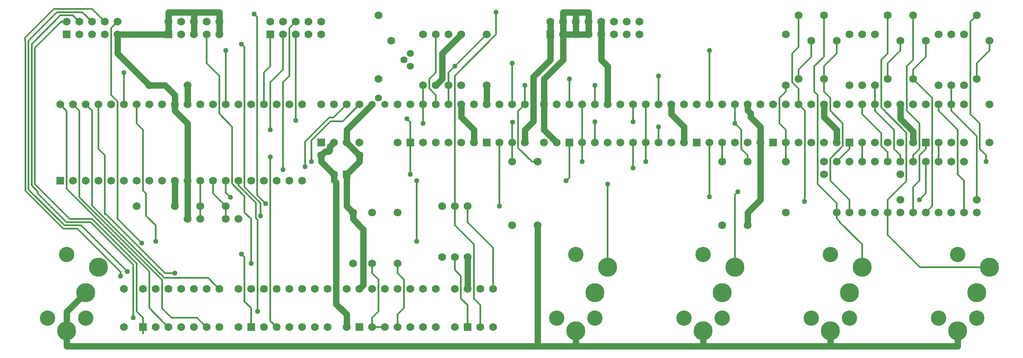
<source format=gbr>
G04 #@! TF.GenerationSoftware,KiCad,Pcbnew,(5.0.2)-1*
G04 #@! TF.CreationDate,2019-01-01T18:45:18-08:00*
G04 #@! TF.ProjectId,500-1063C,3530302d-3130-4363-9343-2e6b69636164,rev?*
G04 #@! TF.SameCoordinates,Original*
G04 #@! TF.FileFunction,Copper,L2,Bot*
G04 #@! TF.FilePolarity,Positive*
%FSLAX46Y46*%
G04 Gerber Fmt 4.6, Leading zero omitted, Abs format (unit mm)*
G04 Created by KiCad (PCBNEW (5.0.2)-1) date 1/1/2019 6:45:18 PM*
%MOMM*%
%LPD*%
G01*
G04 APERTURE LIST*
G04 #@! TA.AperFunction,ComponentPad*
%ADD10R,1.574800X1.574800*%
G04 #@! TD*
G04 #@! TA.AperFunction,ComponentPad*
%ADD11C,1.574800*%
G04 #@! TD*
G04 #@! TA.AperFunction,ComponentPad*
%ADD12C,3.810000*%
G04 #@! TD*
G04 #@! TA.AperFunction,ComponentPad*
%ADD13C,3.048000*%
G04 #@! TD*
G04 #@! TA.AperFunction,ComponentPad*
%ADD14C,1.397000*%
G04 #@! TD*
G04 #@! TA.AperFunction,ViaPad*
%ADD15C,1.016000*%
G04 #@! TD*
G04 #@! TA.AperFunction,Conductor*
%ADD16C,1.270000*%
G04 #@! TD*
G04 #@! TA.AperFunction,Conductor*
%ADD17C,0.304800*%
G04 #@! TD*
G04 APERTURE END LIST*
D10*
G04 #@! TO.P,P3,1*
G04 #@! TO.N,-15V0*
X172720000Y-62230000D03*
D11*
G04 #@! TO.P,P3,2*
X172720000Y-59690000D03*
G04 #@! TO.P,P3,3*
G04 #@! TO.N,GND*
X175260000Y-62230000D03*
G04 #@! TO.P,P3,4*
X175260000Y-59690000D03*
G04 #@! TO.P,P3,5*
X177800000Y-62230000D03*
G04 #@! TO.P,P3,6*
X177800000Y-59690000D03*
G04 #@! TO.P,P3,7*
X180340000Y-62230000D03*
G04 #@! TO.P,P3,8*
X180340000Y-59690000D03*
G04 #@! TO.P,P3,9*
G04 #@! TO.N,+15V0*
X182880000Y-62230000D03*
G04 #@! TO.P,P3,10*
X182880000Y-59690000D03*
G04 #@! TO.P,P3,11*
G04 #@! TO.N,N/C*
X185420000Y-62230000D03*
G04 #@! TO.P,P3,12*
X185420000Y-59690000D03*
G04 #@! TO.P,P3,13*
X187960000Y-62230000D03*
G04 #@! TO.P,P3,14*
X187960000Y-59690000D03*
G04 #@! TO.P,P3,15*
X190500000Y-62230000D03*
G04 #@! TO.P,P3,16*
X190500000Y-59690000D03*
G04 #@! TD*
G04 #@! TO.P,C1,1*
G04 #@! TO.N,VCC*
X87630000Y-113030000D03*
G04 #@! TO.P,C1,2*
G04 #@! TO.N,GND*
X87630000Y-120650000D03*
G04 #@! TD*
G04 #@! TO.P,C2,1*
G04 #@! TO.N,VCC*
X110490000Y-113030000D03*
G04 #@! TO.P,C2,2*
G04 #@! TO.N,GND*
X110490000Y-120650000D03*
G04 #@! TD*
G04 #@! TO.P,C3,1*
G04 #@! TO.N,+15V0*
X214630000Y-76200000D03*
G04 #@! TO.P,C3,2*
G04 #@! TO.N,GND*
X214630000Y-83820000D03*
G04 #@! TD*
G04 #@! TO.P,C4,2*
G04 #@! TO.N,GND*
X227330000Y-76200000D03*
G04 #@! TO.P,C4,1*
G04 #@! TO.N,-15V0*
X227330000Y-83820000D03*
G04 #@! TD*
G04 #@! TO.P,C5,2*
G04 #@! TO.N,GND*
X110490000Y-99060000D03*
G04 #@! TO.P,C5,1*
G04 #@! TO.N,Net-(C5-Pad1)*
X107950000Y-99060000D03*
G04 #@! TD*
G04 #@! TO.P,C6,1*
G04 #@! TO.N,Net-(C6-Pad1)*
X102870000Y-99060000D03*
G04 #@! TO.P,C6,2*
G04 #@! TO.N,GND*
X100330000Y-99060000D03*
G04 #@! TD*
G04 #@! TO.P,C7,1*
G04 #@! TO.N,+15V0*
X142240000Y-76200000D03*
G04 #@! TO.P,C7,2*
G04 #@! TO.N,GND*
X142240000Y-83820000D03*
G04 #@! TD*
G04 #@! TO.P,C8,2*
G04 #@! TO.N,GND*
X154940000Y-76200000D03*
G04 #@! TO.P,C8,1*
G04 #@! TO.N,-15V0*
X154940000Y-83820000D03*
G04 #@! TD*
G04 #@! TO.P,C9,2*
G04 #@! TO.N,GND*
X127000000Y-86360000D03*
G04 #@! TO.P,C9,1*
G04 #@! TO.N,VCC*
X134620000Y-86360000D03*
G04 #@! TD*
G04 #@! TO.P,C10,1*
G04 #@! TO.N,-15V0*
X196850000Y-83820000D03*
G04 #@! TO.P,C10,2*
G04 #@! TO.N,GND*
X196850000Y-76200000D03*
G04 #@! TD*
G04 #@! TO.P,C11,2*
G04 #@! TO.N,GND*
X173990000Y-83820000D03*
G04 #@! TO.P,C11,1*
G04 #@! TO.N,+15V0*
X173990000Y-76200000D03*
G04 #@! TD*
G04 #@! TO.P,C12,1*
G04 #@! TO.N,Net-(C12-Pad1)*
X207010000Y-87630000D03*
G04 #@! TO.P,C12,2*
G04 #@! TO.N,GND*
X207010000Y-100330000D03*
G04 #@! TD*
G04 #@! TO.P,C13,2*
G04 #@! TO.N,GND*
X212090000Y-100330000D03*
G04 #@! TO.P,C13,1*
G04 #@! TO.N,Net-(C13-Pad1)*
X212090000Y-87630000D03*
G04 #@! TD*
G04 #@! TO.P,C14,1*
G04 #@! TO.N,Net-(C14-Pad1)*
X165100000Y-87630000D03*
G04 #@! TO.P,C14,2*
G04 #@! TO.N,GND*
X165100000Y-100330000D03*
G04 #@! TD*
G04 #@! TO.P,C15,2*
G04 #@! TO.N,GND*
X170180000Y-100330000D03*
G04 #@! TO.P,C15,1*
G04 #@! TO.N,Net-(C15-Pad1)*
X170180000Y-87630000D03*
G04 #@! TD*
G04 #@! TO.P,C16,2*
G04 #@! TO.N,GND*
X199390000Y-83820000D03*
G04 #@! TO.P,C16,1*
G04 #@! TO.N,+15V0*
X199390000Y-76200000D03*
G04 #@! TD*
G04 #@! TO.P,C17,2*
G04 #@! TO.N,GND*
X157480000Y-83820000D03*
G04 #@! TO.P,C17,1*
G04 #@! TO.N,+15V0*
X157480000Y-76200000D03*
G04 #@! TD*
G04 #@! TO.P,C18,1*
G04 #@! TO.N,-15V0*
X212090000Y-83820000D03*
G04 #@! TO.P,C18,2*
G04 #@! TO.N,GND*
X212090000Y-76200000D03*
G04 #@! TD*
G04 #@! TO.P,C19,1*
G04 #@! TO.N,-15V0*
X171450000Y-83820000D03*
G04 #@! TO.P,C19,2*
G04 #@! TO.N,GND*
X171450000Y-76200000D03*
G04 #@! TD*
G04 #@! TO.P,C20,1*
G04 #@! TO.N,VCC*
X97790000Y-96520000D03*
G04 #@! TO.P,C20,2*
G04 #@! TO.N,GND*
X90170000Y-96520000D03*
G04 #@! TD*
G04 #@! TO.P,C21,2*
G04 #@! TO.N,GND*
X92710000Y-72390000D03*
G04 #@! TO.P,C21,1*
G04 #@! TO.N,VCC*
X100330000Y-72390000D03*
G04 #@! TD*
G04 #@! TO.P,C22,2*
G04 #@! TO.N,GND*
X129540000Y-90170000D03*
D10*
G04 #@! TO.P,C22,1*
G04 #@! TO.N,VCC*
X132080000Y-90170000D03*
G04 #@! TD*
D11*
G04 #@! TO.P,D1,1*
G04 #@! TO.N,Net-(D1-Pad1)*
X153670000Y-106680000D03*
G04 #@! TO.P,D1,2*
G04 #@! TO.N,Net-(D1-Pad2)*
X153670000Y-96520000D03*
G04 #@! TD*
D12*
G04 #@! TO.P,J1,1*
G04 #@! TO.N,GND*
X76200000Y-121361200D03*
D13*
G04 #@! TO.P,J1,*
G04 #@! TO.N,*
X80010000Y-118821200D03*
D12*
G04 #@! TO.P,J1,2*
G04 #@! TO.N,GND*
X80010000Y-113741200D03*
G04 #@! TO.P,J1,3*
G04 #@! TO.N,Net-(J1-Pad3)*
X82550000Y-108661200D03*
D13*
G04 #@! TO.P,J1,*
G04 #@! TO.N,*
X76200000Y-106121200D03*
X72390000Y-118821200D03*
G04 #@! TD*
G04 #@! TO.P,J2,*
G04 #@! TO.N,*
X224790000Y-118821200D03*
X228600000Y-106121200D03*
D12*
G04 #@! TO.P,J2,3*
G04 #@! TO.N,Net-(J2-Pad3)*
X234950000Y-108661200D03*
G04 #@! TO.P,J2,2*
G04 #@! TO.N,N/C*
X232410000Y-113741200D03*
D13*
G04 #@! TO.P,J2,*
G04 #@! TO.N,*
X232410000Y-118821200D03*
D12*
G04 #@! TO.P,J2,1*
G04 #@! TO.N,GND*
X228600000Y-121361200D03*
G04 #@! TD*
G04 #@! TO.P,J4,1*
G04 #@! TO.N,GND*
X177800000Y-121361200D03*
D13*
G04 #@! TO.P,J4,*
G04 #@! TO.N,*
X181610000Y-118821200D03*
D12*
G04 #@! TO.P,J4,2*
G04 #@! TO.N,N/C*
X181610000Y-113741200D03*
G04 #@! TO.P,J4,3*
G04 #@! TO.N,Net-(J4-Pad3)*
X184150000Y-108661200D03*
D13*
G04 #@! TO.P,J4,*
G04 #@! TO.N,*
X177800000Y-106121200D03*
X173990000Y-118821200D03*
G04 #@! TD*
D12*
G04 #@! TO.P,J5,1*
G04 #@! TO.N,GND*
X203200000Y-121361200D03*
D13*
G04 #@! TO.P,J5,*
G04 #@! TO.N,*
X207010000Y-118821200D03*
D12*
G04 #@! TO.P,J5,2*
G04 #@! TO.N,N/C*
X207010000Y-113741200D03*
G04 #@! TO.P,J5,3*
G04 #@! TO.N,Net-(J5-Pad3)*
X209550000Y-108661200D03*
D13*
G04 #@! TO.P,J5,*
G04 #@! TO.N,*
X203200000Y-106121200D03*
X199390000Y-118821200D03*
G04 #@! TD*
D10*
G04 #@! TO.P,J6,1*
G04 #@! TO.N,Net-(J6-Pad1)*
X116840000Y-62230000D03*
D11*
G04 #@! TO.P,J6,2*
G04 #@! TO.N,N/C*
X116840000Y-59690000D03*
G04 #@! TO.P,J6,3*
G04 #@! TO.N,Net-(J6-Pad3)*
X119380000Y-62230000D03*
G04 #@! TO.P,J6,4*
G04 #@! TO.N,N/C*
X119380000Y-59690000D03*
G04 #@! TO.P,J6,5*
G04 #@! TO.N,Net-(J6-Pad5)*
X121920000Y-62230000D03*
G04 #@! TO.P,J6,6*
G04 #@! TO.N,Net-(J6-Pad6)*
X121920000Y-59690000D03*
G04 #@! TO.P,J6,7*
G04 #@! TO.N,N/C*
X124460000Y-62230000D03*
G04 #@! TO.P,J6,8*
X124460000Y-59690000D03*
G04 #@! TO.P,J6,9*
G04 #@! TO.N,Net-(J6-Pad9)*
X127000000Y-62230000D03*
G04 #@! TO.P,J6,10*
G04 #@! TO.N,N/C*
X127000000Y-59690000D03*
G04 #@! TD*
D10*
G04 #@! TO.P,P1,1*
G04 #@! TO.N,GND*
X76200000Y-62230000D03*
D11*
G04 #@! TO.P,P1,2*
G04 #@! TO.N,Net-(P1-Pad2)*
X76200000Y-59690000D03*
G04 #@! TO.P,P1,3*
G04 #@! TO.N,GND*
X78740000Y-62230000D03*
G04 #@! TO.P,P1,4*
G04 #@! TO.N,Net-(P1-Pad4)*
X78740000Y-59690000D03*
G04 #@! TO.P,P1,5*
G04 #@! TO.N,GND*
X81280000Y-62230000D03*
G04 #@! TO.P,P1,6*
G04 #@! TO.N,Net-(P1-Pad6)*
X81280000Y-59690000D03*
G04 #@! TO.P,P1,7*
G04 #@! TO.N,GND*
X83820000Y-62230000D03*
G04 #@! TO.P,P1,8*
G04 #@! TO.N,Net-(P1-Pad8)*
X83820000Y-59690000D03*
G04 #@! TO.P,P1,9*
G04 #@! TO.N,GND*
X86360000Y-62230000D03*
G04 #@! TO.P,P1,10*
G04 #@! TO.N,Net-(P1-Pad10)*
X86360000Y-59690000D03*
G04 #@! TD*
G04 #@! TO.P,P2,10*
G04 #@! TO.N,GND*
X106680000Y-59690000D03*
G04 #@! TO.P,P2,9*
X106680000Y-62230000D03*
G04 #@! TO.P,P2,8*
G04 #@! TO.N,Net-(P2-Pad8)*
X104140000Y-59690000D03*
G04 #@! TO.P,P2,7*
G04 #@! TO.N,Net-(P2-Pad7)*
X104140000Y-62230000D03*
G04 #@! TO.P,P2,6*
G04 #@! TO.N,GND*
X101600000Y-59690000D03*
G04 #@! TO.P,P2,5*
X101600000Y-62230000D03*
G04 #@! TO.P,P2,4*
G04 #@! TO.N,Net-(D1-Pad2)*
X99060000Y-59690000D03*
G04 #@! TO.P,P2,3*
G04 #@! TO.N,Net-(P2-Pad3)*
X99060000Y-62230000D03*
G04 #@! TO.P,P2,2*
G04 #@! TO.N,GND*
X96520000Y-59690000D03*
D10*
G04 #@! TO.P,P2,1*
X96520000Y-62230000D03*
G04 #@! TD*
D11*
G04 #@! TO.P,R1,1*
G04 #@! TO.N,Net-(P2-Pad8)*
X142240000Y-97790000D03*
G04 #@! TO.P,R1,2*
G04 #@! TO.N,Net-(R1-Pad2)*
X142240000Y-107950000D03*
G04 #@! TD*
G04 #@! TO.P,R2,2*
G04 #@! TO.N,Net-(D1-Pad1)*
X151130000Y-106680000D03*
G04 #@! TO.P,R2,1*
G04 #@! TO.N,Net-(P2-Pad3)*
X151130000Y-96520000D03*
G04 #@! TD*
G04 #@! TO.P,R3,2*
G04 #@! TO.N,VCC*
X133350000Y-97790000D03*
G04 #@! TO.P,R3,1*
G04 #@! TO.N,Net-(P2-Pad7)*
X133350000Y-107950000D03*
G04 #@! TD*
G04 #@! TO.P,R4,2*
G04 #@! TO.N,Net-(R4-Pad2)*
X137160000Y-107950000D03*
G04 #@! TO.P,R4,1*
G04 #@! TO.N,VCC*
X137160000Y-97790000D03*
G04 #@! TD*
G04 #@! TO.P,R5,1*
G04 #@! TO.N,Net-(J1-Pad3)*
X219710000Y-97790000D03*
G04 #@! TO.P,R5,2*
G04 #@! TO.N,Net-(R5-Pad2)*
X219710000Y-87630000D03*
G04 #@! TD*
G04 #@! TO.P,R6,2*
G04 #@! TO.N,/AVR/MIDI_IN*
X156210000Y-96520000D03*
G04 #@! TO.P,R6,1*
G04 #@! TO.N,VCC*
X156210000Y-106680000D03*
G04 #@! TD*
G04 #@! TO.P,R7,2*
G04 #@! TO.N,Net-(R7-Pad2)*
X219710000Y-62230000D03*
G04 #@! TO.P,R7,1*
G04 #@! TO.N,Net-(R5-Pad2)*
X219710000Y-72390000D03*
G04 #@! TD*
G04 #@! TO.P,R8,1*
G04 #@! TO.N,Net-(R10-Pad1)*
X222250000Y-58420000D03*
G04 #@! TO.P,R8,2*
G04 #@! TO.N,Net-(R7-Pad2)*
X224790000Y-63500000D03*
G04 #@! TO.P,R8,3*
X222250000Y-71120000D03*
G04 #@! TD*
G04 #@! TO.P,R9,2*
G04 #@! TO.N,Net-(C29-Pad1)*
X252730000Y-72390000D03*
G04 #@! TO.P,R9,1*
G04 #@! TO.N,/SampleHold/VB*
X252730000Y-62230000D03*
G04 #@! TD*
G04 #@! TO.P,R10,1*
G04 #@! TO.N,Net-(R10-Pad1)*
X255270000Y-62230000D03*
G04 #@! TO.P,R10,2*
G04 #@! TO.N,Net-(C29-Pad1)*
X255270000Y-72390000D03*
G04 #@! TD*
G04 #@! TO.P,R11,2*
G04 #@! TO.N,Net-(C31-Pad1)*
X234950000Y-87630000D03*
G04 #@! TO.P,R11,1*
G04 #@! TO.N,/SampleHold/VC*
X234950000Y-97790000D03*
G04 #@! TD*
G04 #@! TO.P,R12,1*
G04 #@! TO.N,Net-(R10-Pad1)*
X237490000Y-97790000D03*
G04 #@! TO.P,R12,2*
G04 #@! TO.N,Net-(C31-Pad1)*
X237490000Y-87630000D03*
G04 #@! TD*
G04 #@! TO.P,R13,1*
G04 #@! TO.N,/SampleHold/VA*
X250190000Y-97790000D03*
G04 #@! TO.P,R13,2*
G04 #@! TO.N,Net-(C30-Pad1)*
X250190000Y-87630000D03*
G04 #@! TD*
G04 #@! TO.P,R14,2*
G04 #@! TO.N,Net-(C30-Pad1)*
X252730000Y-87630000D03*
G04 #@! TO.P,R14,1*
G04 #@! TO.N,Net-(R10-Pad1)*
X252730000Y-97790000D03*
G04 #@! TD*
G04 #@! TO.P,R15,2*
G04 #@! TO.N,Net-(C32-Pad1)*
X234950000Y-72390000D03*
G04 #@! TO.P,R15,1*
G04 #@! TO.N,/SampleHold/VD*
X234950000Y-62230000D03*
G04 #@! TD*
G04 #@! TO.P,R16,1*
G04 #@! TO.N,Net-(R10-Pad1)*
X237490000Y-62230000D03*
G04 #@! TO.P,R16,2*
G04 #@! TO.N,Net-(C32-Pad1)*
X237490000Y-72390000D03*
G04 #@! TD*
G04 #@! TO.P,R17,1*
G04 #@! TO.N,Net-(C29-Pad1)*
X250190000Y-72390000D03*
G04 #@! TO.P,R17,2*
G04 #@! TO.N,Net-(R17-Pad2)*
X250190000Y-62230000D03*
G04 #@! TD*
G04 #@! TO.P,R18,2*
G04 #@! TO.N,Net-(R18-Pad2)*
X232410000Y-97790000D03*
G04 #@! TO.P,R18,1*
G04 #@! TO.N,Net-(C31-Pad1)*
X232410000Y-87630000D03*
G04 #@! TD*
G04 #@! TO.P,R19,2*
G04 #@! TO.N,Net-(R19-Pad2)*
X247650000Y-97790000D03*
G04 #@! TO.P,R19,1*
G04 #@! TO.N,Net-(C30-Pad1)*
X247650000Y-87630000D03*
G04 #@! TD*
G04 #@! TO.P,R20,1*
G04 #@! TO.N,Net-(C32-Pad1)*
X232410000Y-72390000D03*
G04 #@! TO.P,R20,2*
G04 #@! TO.N,Net-(R20-Pad2)*
X232410000Y-62230000D03*
G04 #@! TD*
G04 #@! TO.P,R21,3*
G04 #@! TO.N,Net-(R17-Pad2)*
X257810000Y-71120000D03*
G04 #@! TO.P,R21,2*
X260350000Y-63500000D03*
G04 #@! TO.P,R21,1*
G04 #@! TO.N,Net-(J5-Pad3)*
X257810000Y-58420000D03*
G04 #@! TD*
G04 #@! TO.P,R22,1*
G04 #@! TO.N,Net-(J2-Pad3)*
X227330000Y-58420000D03*
G04 #@! TO.P,R22,2*
G04 #@! TO.N,Net-(R18-Pad2)*
X229870000Y-63500000D03*
G04 #@! TO.P,R22,3*
X227330000Y-71120000D03*
G04 #@! TD*
G04 #@! TO.P,R23,1*
G04 #@! TO.N,Net-(J4-Pad3)*
X245110000Y-58420000D03*
G04 #@! TO.P,R23,2*
G04 #@! TO.N,Net-(R19-Pad2)*
X247650000Y-63500000D03*
G04 #@! TO.P,R23,3*
X245110000Y-71120000D03*
G04 #@! TD*
G04 #@! TO.P,R24,3*
G04 #@! TO.N,Net-(R20-Pad2)*
X240030000Y-71120000D03*
G04 #@! TO.P,R24,2*
X242570000Y-63500000D03*
G04 #@! TO.P,R24,1*
G04 #@! TO.N,Net-(J3-Pad3)*
X240030000Y-58420000D03*
G04 #@! TD*
G04 #@! TO.P,R25,1*
G04 #@! TO.N,Net-(R25-Pad1)*
X152400000Y-72390000D03*
G04 #@! TO.P,R25,2*
G04 #@! TO.N,Net-(R25-Pad2)*
X152400000Y-62230000D03*
G04 #@! TD*
G04 #@! TO.P,R26,3*
G04 #@! TO.N,Net-(R26-Pad3)*
X138430000Y-71120000D03*
G04 #@! TO.P,R26,2*
G04 #@! TO.N,Net-(R26-Pad2)*
X140970000Y-63500000D03*
G04 #@! TO.P,R26,1*
G04 #@! TO.N,Net-(R25-Pad2)*
X138430000Y-58420000D03*
G04 #@! TD*
G04 #@! TO.P,R27,1*
G04 #@! TO.N,Net-(R26-Pad3)*
X154940000Y-72390000D03*
G04 #@! TO.P,R27,2*
G04 #@! TO.N,GND*
X154940000Y-62230000D03*
G04 #@! TD*
G04 #@! TO.P,R28,1*
G04 #@! TO.N,+15V0*
X160020000Y-72390000D03*
G04 #@! TO.P,R28,2*
G04 #@! TO.N,Net-(R25-Pad1)*
X160020000Y-62230000D03*
G04 #@! TD*
G04 #@! TO.P,R29,1*
G04 #@! TO.N,Net-(R29-Pad1)*
X149860000Y-62230000D03*
G04 #@! TO.P,R29,2*
G04 #@! TO.N,GND*
X149860000Y-72390000D03*
G04 #@! TD*
G04 #@! TO.P,R30,2*
G04 #@! TO.N,Net-(R30-Pad2)*
X147320000Y-72390000D03*
G04 #@! TO.P,R30,1*
G04 #@! TO.N,Net-(R29-Pad1)*
X147320000Y-62230000D03*
G04 #@! TD*
G04 #@! TO.P,U1,40*
G04 #@! TO.N,/AVR/A*
X74930000Y-76200000D03*
D10*
G04 #@! TO.P,U1,1*
G04 #@! TO.N,Net-(U1-Pad1)*
X74930000Y-91440000D03*
D11*
G04 #@! TO.P,U1,39*
G04 #@! TO.N,/AVR/B*
X77470000Y-76200000D03*
G04 #@! TO.P,U1,2*
G04 #@! TO.N,N/C*
X77470000Y-91440000D03*
G04 #@! TO.P,U1,38*
G04 #@! TO.N,/AVR/C*
X80010000Y-76200000D03*
G04 #@! TO.P,U1,3*
G04 #@! TO.N,/AVR/GATE*
X80010000Y-91440000D03*
G04 #@! TO.P,U1,37*
G04 #@! TO.N,/AVR/D*
X82550000Y-76200000D03*
G04 #@! TO.P,U1,4*
G04 #@! TO.N,N/C*
X82550000Y-91440000D03*
G04 #@! TO.P,U1,36*
G04 #@! TO.N,/SampleHold/SA*
X85090000Y-76200000D03*
G04 #@! TO.P,U1,5*
G04 #@! TO.N,N/C*
X85090000Y-91440000D03*
G04 #@! TO.P,U1,35*
G04 #@! TO.N,/SampleHold/SB*
X87630000Y-76200000D03*
G04 #@! TO.P,U1,6*
G04 #@! TO.N,Net-(U1-Pad6)*
X87630000Y-91440000D03*
G04 #@! TO.P,U1,34*
G04 #@! TO.N,/SampleHold/SC*
X90170000Y-76200000D03*
G04 #@! TO.P,U1,7*
G04 #@! TO.N,N/C*
X90170000Y-91440000D03*
G04 #@! TO.P,U1,33*
G04 #@! TO.N,/SampleHold/SD*
X92710000Y-76200000D03*
G04 #@! TO.P,U1,8*
G04 #@! TO.N,Net-(U1-Pad8)*
X92710000Y-91440000D03*
G04 #@! TO.P,U1,32*
G04 #@! TO.N,N/C*
X95250000Y-76200000D03*
G04 #@! TO.P,U1,9*
G04 #@! TO.N,Net-(J6-Pad6)*
X95250000Y-91440000D03*
G04 #@! TO.P,U1,31*
G04 #@! TO.N,GND*
X97790000Y-76200000D03*
G04 #@! TO.P,U1,10*
G04 #@! TO.N,VCC*
X97790000Y-91440000D03*
G04 #@! TO.P,U1,30*
X100330000Y-76200000D03*
G04 #@! TO.P,U1,11*
G04 #@! TO.N,GND*
X100330000Y-91440000D03*
G04 #@! TO.P,U1,29*
G04 #@! TO.N,N/C*
X102870000Y-76200000D03*
G04 #@! TO.P,U1,12*
G04 #@! TO.N,Net-(C6-Pad1)*
X102870000Y-91440000D03*
G04 #@! TO.P,U1,28*
G04 #@! TO.N,N/C*
X105410000Y-76200000D03*
G04 #@! TO.P,U1,13*
G04 #@! TO.N,Net-(C5-Pad1)*
X105410000Y-91440000D03*
G04 #@! TO.P,U1,27*
G04 #@! TO.N,Net-(J6-Pad9)*
X107950000Y-76200000D03*
G04 #@! TO.P,U1,14*
G04 #@! TO.N,/AVR/MIDI_IN*
X107950000Y-91440000D03*
G04 #@! TO.P,U1,26*
G04 #@! TO.N,Net-(J6-Pad3)*
X110490000Y-76200000D03*
G04 #@! TO.P,U1,15*
G04 #@! TO.N,/AVR/MIDI_OUT*
X110490000Y-91440000D03*
G04 #@! TO.P,U1,25*
G04 #@! TO.N,Net-(J6-Pad5)*
X113030000Y-76200000D03*
G04 #@! TO.P,U1,16*
G04 #@! TO.N,N/C*
X113030000Y-91440000D03*
G04 #@! TO.P,U1,24*
G04 #@! TO.N,Net-(J6-Pad1)*
X115570000Y-76200000D03*
G04 #@! TO.P,U1,17*
G04 #@! TO.N,N/C*
X115570000Y-91440000D03*
G04 #@! TO.P,U1,23*
X118110000Y-76200000D03*
G04 #@! TO.P,U1,18*
X118110000Y-91440000D03*
G04 #@! TO.P,U1,22*
X120650000Y-76200000D03*
G04 #@! TO.P,U1,19*
X120650000Y-91440000D03*
G04 #@! TO.P,U1,21*
X123190000Y-76200000D03*
G04 #@! TO.P,U1,20*
X123190000Y-91440000D03*
G04 #@! TD*
G04 #@! TO.P,U2,14*
G04 #@! TO.N,VCC*
X91440000Y-113030000D03*
D10*
G04 #@! TO.P,U2,1*
G04 #@! TO.N,Net-(P1-Pad2)*
X91440000Y-120650000D03*
D11*
G04 #@! TO.P,U2,13*
G04 #@! TO.N,Net-(P1-Pad8)*
X93980000Y-113030000D03*
G04 #@! TO.P,U2,2*
G04 #@! TO.N,N/C*
X93980000Y-120650000D03*
G04 #@! TO.P,U2,12*
X96520000Y-113030000D03*
G04 #@! TO.P,U2,3*
G04 #@! TO.N,/AVR/A*
X96520000Y-120650000D03*
G04 #@! TO.P,U2,11*
G04 #@! TO.N,/AVR/D*
X99060000Y-113030000D03*
G04 #@! TO.P,U2,4*
G04 #@! TO.N,Net-(P1-Pad4)*
X99060000Y-120650000D03*
G04 #@! TO.P,U2,10*
G04 #@! TO.N,Net-(P1-Pad6)*
X101600000Y-113030000D03*
G04 #@! TO.P,U2,5*
G04 #@! TO.N,N/C*
X101600000Y-120650000D03*
G04 #@! TO.P,U2,9*
X104140000Y-113030000D03*
G04 #@! TO.P,U2,6*
G04 #@! TO.N,/AVR/B*
X104140000Y-120650000D03*
G04 #@! TO.P,U2,8*
G04 #@! TO.N,/AVR/C*
X106680000Y-113030000D03*
G04 #@! TO.P,U2,7*
G04 #@! TO.N,GND*
X106680000Y-120650000D03*
G04 #@! TD*
G04 #@! TO.P,U3,7*
G04 #@! TO.N,GND*
X128270000Y-120650000D03*
G04 #@! TO.P,U3,8*
G04 #@! TO.N,N/C*
X128270000Y-113030000D03*
G04 #@! TO.P,U3,6*
X125730000Y-120650000D03*
G04 #@! TO.P,U3,9*
X125730000Y-113030000D03*
G04 #@! TO.P,U3,5*
X123190000Y-120650000D03*
G04 #@! TO.P,U3,10*
X123190000Y-113030000D03*
G04 #@! TO.P,U3,4*
X120650000Y-120650000D03*
G04 #@! TO.P,U3,11*
X120650000Y-113030000D03*
G04 #@! TO.P,U3,3*
G04 #@! TO.N,/AVR/GATE*
X118110000Y-120650000D03*
G04 #@! TO.P,U3,12*
G04 #@! TO.N,N/C*
X118110000Y-113030000D03*
G04 #@! TO.P,U3,2*
X115570000Y-120650000D03*
G04 #@! TO.P,U3,13*
X115570000Y-113030000D03*
D10*
G04 #@! TO.P,U3,1*
G04 #@! TO.N,Net-(P1-Pad10)*
X113030000Y-120650000D03*
D11*
G04 #@! TO.P,U3,14*
G04 #@! TO.N,VCC*
X113030000Y-113030000D03*
G04 #@! TD*
G04 #@! TO.P,U4,14*
G04 #@! TO.N,VCC*
X134620000Y-113030000D03*
D10*
G04 #@! TO.P,U4,1*
G04 #@! TO.N,/AVR/MIDI_OUT*
X134620000Y-120650000D03*
D11*
G04 #@! TO.P,U4,13*
G04 #@! TO.N,N/C*
X137160000Y-113030000D03*
G04 #@! TO.P,U4,2*
G04 #@! TO.N,Net-(R4-Pad2)*
X137160000Y-120650000D03*
G04 #@! TO.P,U4,12*
G04 #@! TO.N,N/C*
X139700000Y-113030000D03*
G04 #@! TO.P,U4,3*
G04 #@! TO.N,Net-(R4-Pad2)*
X139700000Y-120650000D03*
G04 #@! TO.P,U4,11*
G04 #@! TO.N,N/C*
X142240000Y-113030000D03*
G04 #@! TO.P,U4,4*
G04 #@! TO.N,Net-(R1-Pad2)*
X142240000Y-120650000D03*
G04 #@! TO.P,U4,10*
G04 #@! TO.N,N/C*
X144780000Y-113030000D03*
G04 #@! TO.P,U4,5*
X144780000Y-120650000D03*
G04 #@! TO.P,U4,9*
X147320000Y-113030000D03*
G04 #@! TO.P,U4,6*
X147320000Y-120650000D03*
G04 #@! TO.P,U4,8*
X149860000Y-113030000D03*
G04 #@! TO.P,U4,7*
G04 #@! TO.N,GND*
X149860000Y-120650000D03*
G04 #@! TD*
G04 #@! TO.P,U5,6*
G04 #@! TO.N,VCC*
X156210000Y-113030000D03*
D10*
G04 #@! TO.P,U5,1*
G04 #@! TO.N,Net-(D1-Pad1)*
X156210000Y-120650000D03*
D11*
G04 #@! TO.P,U5,5*
G04 #@! TO.N,GND*
X158750000Y-113030000D03*
G04 #@! TO.P,U5,2*
G04 #@! TO.N,Net-(D1-Pad2)*
X158750000Y-120650000D03*
G04 #@! TO.P,U5,4*
G04 #@! TO.N,/AVR/MIDI_IN*
X161290000Y-113030000D03*
G04 #@! TO.P,U5,3*
G04 #@! TO.N,N/C*
X161290000Y-120650000D03*
G04 #@! TD*
G04 #@! TO.P,U7,8*
G04 #@! TO.N,N/C*
X217170000Y-76200000D03*
G04 #@! TO.P,U7,7*
G04 #@! TO.N,+15V0*
X219710000Y-76200000D03*
G04 #@! TO.P,U7,6*
G04 #@! TO.N,Net-(R10-Pad1)*
X222250000Y-76200000D03*
G04 #@! TO.P,U7,5*
G04 #@! TO.N,N/C*
X224790000Y-76200000D03*
G04 #@! TO.P,U7,4*
G04 #@! TO.N,-15V0*
X224790000Y-83820000D03*
G04 #@! TO.P,U7,3*
G04 #@! TO.N,GND*
X222250000Y-83820000D03*
G04 #@! TO.P,U7,2*
G04 #@! TO.N,Net-(R5-Pad2)*
X219710000Y-83820000D03*
D10*
G04 #@! TO.P,U7,1*
G04 #@! TO.N,N/C*
X217170000Y-83820000D03*
G04 #@! TD*
G04 #@! TO.P,U8,1*
G04 #@! TO.N,/SampleHold/VIN*
X144780000Y-83820000D03*
D11*
G04 #@! TO.P,U8,2*
G04 #@! TO.N,Net-(U13-Pad1)*
X147320000Y-83820000D03*
G04 #@! TO.P,U8,3*
G04 #@! TO.N,GND*
X149860000Y-83820000D03*
G04 #@! TO.P,U8,4*
G04 #@! TO.N,-15V0*
X152400000Y-83820000D03*
G04 #@! TO.P,U8,5*
G04 #@! TO.N,Net-(R25-Pad1)*
X152400000Y-76200000D03*
G04 #@! TO.P,U8,6*
G04 #@! TO.N,Net-(R29-Pad1)*
X149860000Y-76200000D03*
G04 #@! TO.P,U8,7*
G04 #@! TO.N,Net-(R30-Pad2)*
X147320000Y-76200000D03*
G04 #@! TO.P,U8,8*
G04 #@! TO.N,+15V0*
X144780000Y-76200000D03*
G04 #@! TD*
G04 #@! TO.P,U9,8*
G04 #@! TO.N,+15V0*
X232410000Y-76200000D03*
G04 #@! TO.P,U9,7*
G04 #@! TO.N,Net-(C32-Pad2)*
X234950000Y-76200000D03*
G04 #@! TO.P,U9,6*
G04 #@! TO.N,Net-(C32-Pad1)*
X237490000Y-76200000D03*
G04 #@! TO.P,U9,5*
G04 #@! TO.N,GND*
X240030000Y-76200000D03*
G04 #@! TO.P,U9,4*
G04 #@! TO.N,-15V0*
X240030000Y-83820000D03*
G04 #@! TO.P,U9,3*
G04 #@! TO.N,GND*
X237490000Y-83820000D03*
G04 #@! TO.P,U9,2*
G04 #@! TO.N,Net-(C31-Pad1)*
X234950000Y-83820000D03*
D10*
G04 #@! TO.P,U9,1*
G04 #@! TO.N,Net-(C31-Pad2)*
X232410000Y-83820000D03*
G04 #@! TD*
G04 #@! TO.P,U10,1*
G04 #@! TO.N,Net-(C30-Pad2)*
X247650000Y-83820000D03*
D11*
G04 #@! TO.P,U10,2*
G04 #@! TO.N,Net-(C30-Pad1)*
X250190000Y-83820000D03*
G04 #@! TO.P,U10,3*
G04 #@! TO.N,GND*
X252730000Y-83820000D03*
G04 #@! TO.P,U10,4*
G04 #@! TO.N,-15V0*
X255270000Y-83820000D03*
G04 #@! TO.P,U10,5*
G04 #@! TO.N,GND*
X255270000Y-76200000D03*
G04 #@! TO.P,U10,6*
G04 #@! TO.N,Net-(C29-Pad1)*
X252730000Y-76200000D03*
G04 #@! TO.P,U10,7*
G04 #@! TO.N,Net-(C29-Pad2)*
X250190000Y-76200000D03*
G04 #@! TO.P,U10,8*
G04 #@! TO.N,+15V0*
X247650000Y-76200000D03*
G04 #@! TD*
D14*
G04 #@! TO.P,U11,1*
G04 #@! TO.N,VCC*
X137160000Y-76200000D03*
G04 #@! TO.P,U11,2*
G04 #@! TO.N,GND*
X138430000Y-74930000D03*
G04 #@! TO.P,U11,3*
G04 #@! TO.N,+15V0*
X139700000Y-76200000D03*
G04 #@! TD*
G04 #@! TO.P,U12,3*
G04 #@! TO.N,GND*
X144780000Y-66040000D03*
G04 #@! TO.P,U12,2*
G04 #@! TO.N,Net-(R25-Pad1)*
X143510000Y-67310000D03*
G04 #@! TO.P,U12,1*
G04 #@! TO.N,Net-(R26-Pad2)*
X144780000Y-68580000D03*
G04 #@! TD*
D11*
G04 #@! TO.P,U13,8*
G04 #@! TO.N,/SampleHold/VIN*
X127000000Y-76200000D03*
G04 #@! TO.P,U13,7*
G04 #@! TO.N,Net-(R30-Pad2)*
X129540000Y-76200000D03*
G04 #@! TO.P,U13,6*
G04 #@! TO.N,Net-(U1-Pad8)*
X132080000Y-76200000D03*
G04 #@! TO.P,U13,5*
G04 #@! TO.N,Net-(U1-Pad6)*
X134620000Y-76200000D03*
G04 #@! TO.P,U13,4*
G04 #@! TO.N,Net-(U1-Pad1)*
X134620000Y-83820000D03*
G04 #@! TO.P,U13,3*
G04 #@! TO.N,VCC*
X132080000Y-83820000D03*
G04 #@! TO.P,U13,2*
G04 #@! TO.N,GND*
X129540000Y-83820000D03*
D10*
G04 #@! TO.P,U13,1*
G04 #@! TO.N,Net-(U13-Pad1)*
X127000000Y-83820000D03*
G04 #@! TD*
G04 #@! TO.P,U15,1*
G04 #@! TO.N,/SampleHold/SC*
X176530000Y-83820000D03*
D11*
G04 #@! TO.P,U15,2*
G04 #@! TO.N,/SampleHold/VIN*
X179070000Y-83820000D03*
G04 #@! TO.P,U15,3*
G04 #@! TO.N,Net-(C14-Pad1)*
X181610000Y-83820000D03*
G04 #@! TO.P,U15,4*
G04 #@! TO.N,-15V0*
X184150000Y-83820000D03*
G04 #@! TO.P,U15,5*
G04 #@! TO.N,GND*
X186690000Y-83820000D03*
G04 #@! TO.P,U15,6*
G04 #@! TO.N,Net-(C12-Pad1)*
X189230000Y-83820000D03*
G04 #@! TO.P,U15,7*
G04 #@! TO.N,/SampleHold/VIN*
X191770000Y-83820000D03*
G04 #@! TO.P,U15,8*
G04 #@! TO.N,/SampleHold/SA*
X194310000Y-83820000D03*
G04 #@! TO.P,U15,9*
G04 #@! TO.N,/SampleHold/SB*
X194310000Y-76200000D03*
G04 #@! TO.P,U15,10*
G04 #@! TO.N,/SampleHold/VIN*
X191770000Y-76200000D03*
G04 #@! TO.P,U15,11*
G04 #@! TO.N,Net-(C13-Pad1)*
X189230000Y-76200000D03*
G04 #@! TO.P,U15,12*
G04 #@! TO.N,N/C*
X186690000Y-76200000D03*
G04 #@! TO.P,U15,13*
G04 #@! TO.N,+15V0*
X184150000Y-76200000D03*
G04 #@! TO.P,U15,14*
G04 #@! TO.N,Net-(C15-Pad1)*
X181610000Y-76200000D03*
G04 #@! TO.P,U15,15*
G04 #@! TO.N,/SampleHold/VIN*
X179070000Y-76200000D03*
G04 #@! TO.P,U15,16*
G04 #@! TO.N,/SampleHold/SD*
X176530000Y-76200000D03*
G04 #@! TD*
D10*
G04 #@! TO.P,U16,1*
G04 #@! TO.N,/SampleHold/VA*
X201930000Y-83820000D03*
D11*
G04 #@! TO.P,U16,2*
X204470000Y-83820000D03*
G04 #@! TO.P,U16,3*
G04 #@! TO.N,Net-(C12-Pad1)*
X207010000Y-83820000D03*
G04 #@! TO.P,U16,4*
G04 #@! TO.N,-15V0*
X209550000Y-83820000D03*
G04 #@! TO.P,U16,5*
G04 #@! TO.N,Net-(C13-Pad1)*
X209550000Y-76200000D03*
G04 #@! TO.P,U16,6*
G04 #@! TO.N,/SampleHold/VB*
X207010000Y-76200000D03*
G04 #@! TO.P,U16,7*
X204470000Y-76200000D03*
G04 #@! TO.P,U16,8*
G04 #@! TO.N,+15V0*
X201930000Y-76200000D03*
G04 #@! TD*
D10*
G04 #@! TO.P,U17,1*
G04 #@! TO.N,/SampleHold/VC*
X160020000Y-83820000D03*
D11*
G04 #@! TO.P,U17,2*
X162560000Y-83820000D03*
G04 #@! TO.P,U17,3*
G04 #@! TO.N,Net-(C14-Pad1)*
X165100000Y-83820000D03*
G04 #@! TO.P,U17,4*
G04 #@! TO.N,-15V0*
X167640000Y-83820000D03*
G04 #@! TO.P,U17,5*
G04 #@! TO.N,Net-(C15-Pad1)*
X167640000Y-76200000D03*
G04 #@! TO.P,U17,6*
G04 #@! TO.N,/SampleHold/VD*
X165100000Y-76200000D03*
G04 #@! TO.P,U17,7*
X162560000Y-76200000D03*
G04 #@! TO.P,U17,8*
G04 #@! TO.N,+15V0*
X160020000Y-76200000D03*
G04 #@! TD*
G04 #@! TO.P,Y1,1*
G04 #@! TO.N,Net-(C5-Pad1)*
X107950000Y-96520000D03*
G04 #@! TO.P,Y1,2*
G04 #@! TO.N,Net-(C6-Pad1)*
X102870000Y-96520000D03*
G04 #@! TD*
G04 #@! TO.P,C23,1*
G04 #@! TO.N,+15V0*
X229870000Y-76200000D03*
G04 #@! TO.P,C23,2*
G04 #@! TO.N,GND*
X229870000Y-83820000D03*
G04 #@! TD*
G04 #@! TO.P,C24,2*
G04 #@! TO.N,GND*
X242570000Y-76200000D03*
G04 #@! TO.P,C24,1*
G04 #@! TO.N,-15V0*
X242570000Y-83820000D03*
G04 #@! TD*
G04 #@! TO.P,C25,2*
G04 #@! TO.N,GND*
X245110000Y-83820000D03*
G04 #@! TO.P,C25,1*
G04 #@! TO.N,+15V0*
X245110000Y-76200000D03*
G04 #@! TD*
G04 #@! TO.P,C26,1*
G04 #@! TO.N,-15V0*
X260350000Y-83820000D03*
G04 #@! TO.P,C26,2*
G04 #@! TO.N,GND*
X260350000Y-76200000D03*
G04 #@! TD*
D12*
G04 #@! TO.P,J3,1*
G04 #@! TO.N,GND*
X254000000Y-121361200D03*
D13*
G04 #@! TO.P,J3,*
G04 #@! TO.N,*
X257810000Y-118821200D03*
D12*
G04 #@! TO.P,J3,2*
G04 #@! TO.N,N/C*
X257810000Y-113741200D03*
G04 #@! TO.P,J3,3*
G04 #@! TO.N,Net-(J3-Pad3)*
X260350000Y-108661200D03*
D13*
G04 #@! TO.P,J3,*
G04 #@! TO.N,*
X254000000Y-106121200D03*
X250190000Y-118821200D03*
G04 #@! TD*
D11*
G04 #@! TO.P,C27,1*
G04 #@! TO.N,VCC*
X153670000Y-113030000D03*
G04 #@! TO.P,C27,2*
G04 #@! TO.N,GND*
X153670000Y-120650000D03*
G04 #@! TD*
G04 #@! TO.P,C28,2*
G04 #@! TO.N,GND*
X132080000Y-120650000D03*
G04 #@! TO.P,C28,1*
G04 #@! TO.N,VCC*
X132080000Y-113030000D03*
G04 #@! TD*
G04 #@! TO.P,C29,1*
G04 #@! TO.N,Net-(C29-Pad1)*
X257810000Y-95250000D03*
G04 #@! TO.P,C29,2*
G04 #@! TO.N,Net-(C29-Pad2)*
X257810000Y-97790000D03*
G04 #@! TD*
G04 #@! TO.P,C30,2*
G04 #@! TO.N,Net-(C30-Pad2)*
X242570000Y-97790000D03*
G04 #@! TO.P,C30,1*
G04 #@! TO.N,Net-(C30-Pad1)*
X242570000Y-95250000D03*
G04 #@! TD*
G04 #@! TO.P,C31,2*
G04 #@! TO.N,Net-(C31-Pad2)*
X227330000Y-87630000D03*
G04 #@! TO.P,C31,1*
G04 #@! TO.N,Net-(C31-Pad1)*
X227330000Y-90170000D03*
G04 #@! TD*
G04 #@! TO.P,C32,1*
G04 #@! TO.N,Net-(C32-Pad1)*
X242570000Y-87630000D03*
G04 #@! TO.P,C32,2*
G04 #@! TO.N,Net-(C32-Pad2)*
X242570000Y-90170000D03*
G04 #@! TD*
G04 #@! TO.P,R31,1*
G04 #@! TO.N,Net-(C30-Pad2)*
X245110000Y-97790000D03*
G04 #@! TO.P,R31,2*
G04 #@! TO.N,Net-(J4-Pad3)*
X245110000Y-87630000D03*
G04 #@! TD*
G04 #@! TO.P,R32,2*
G04 #@! TO.N,Net-(J5-Pad3)*
X255270000Y-87630000D03*
G04 #@! TO.P,R32,1*
G04 #@! TO.N,Net-(C29-Pad2)*
X255270000Y-97790000D03*
G04 #@! TD*
G04 #@! TO.P,R33,2*
G04 #@! TO.N,Net-(J3-Pad3)*
X240030000Y-97790000D03*
G04 #@! TO.P,R33,1*
G04 #@! TO.N,Net-(C32-Pad2)*
X240030000Y-87630000D03*
G04 #@! TD*
G04 #@! TO.P,R34,1*
G04 #@! TO.N,Net-(C31-Pad2)*
X229870000Y-87630000D03*
G04 #@! TO.P,R34,2*
G04 #@! TO.N,Net-(J2-Pad3)*
X229870000Y-97790000D03*
G04 #@! TD*
D15*
G04 #@! TO.N,Net-(C12-Pad1)*
X189230000Y-88900000D03*
G04 #@! TO.N,Net-(C13-Pad1)*
X209550000Y-80010000D03*
X189230000Y-79679790D03*
G04 #@! TO.N,Net-(C14-Pad1)*
X181610000Y-79679790D03*
X165167022Y-79682119D03*
G04 #@! TO.N,Net-(C15-Pad1)*
X181610000Y-72390000D03*
X167640000Y-72390000D03*
G04 #@! TO.N,Net-(D1-Pad2)*
X161925000Y-57785000D03*
G04 #@! TO.N,Net-(J4-Pad3)*
X184150000Y-92075000D03*
G04 #@! TO.N,Net-(J5-Pad3)*
X259715000Y-87630000D03*
X210185000Y-93649790D03*
G04 #@! TO.N,Net-(J6-Pad3)*
X116840000Y-81280000D03*
G04 #@! TO.N,Net-(J6-Pad5)*
X121920000Y-79375000D03*
G04 #@! TO.N,Net-(J6-Pad6)*
X119427507Y-89230210D03*
G04 #@! TO.N,Net-(J6-Pad9)*
X107950000Y-65405000D03*
G04 #@! TO.N,Net-(P1-Pad4)*
X89535000Y-118745000D03*
G04 #@! TO.N,Net-(P1-Pad6)*
X88332022Y-109524790D03*
G04 #@! TO.N,Net-(P1-Pad8)*
X86995000Y-110490000D03*
G04 #@! TO.N,Net-(P1-Pad10)*
X111125000Y-106045000D03*
X91216529Y-103821515D03*
G04 #@! TO.N,Net-(P2-Pad8)*
X113665000Y-58115210D03*
X115900210Y-95952022D03*
G04 #@! TO.N,Net-(P2-Pad7)*
X113030000Y-107950000D03*
G04 #@! TO.N,Net-(P2-Pad3)*
X111125000Y-64135000D03*
X114935000Y-98425000D03*
G04 #@! TO.N,/AVR/MIDI_IN*
X108915179Y-94716266D03*
G04 #@! TO.N,Net-(R10-Pad1)*
X223452978Y-95580210D03*
G04 #@! TO.N,/SampleHold/VB*
X204470000Y-65405000D03*
G04 #@! TO.N,/SampleHold/VC*
X162560000Y-96520000D03*
G04 #@! TO.N,/SampleHold/VA*
X204470000Y-94615000D03*
G04 #@! TO.N,/SampleHold/VD*
X165100000Y-67945000D03*
G04 #@! TO.N,Net-(R25-Pad1)*
X153670000Y-68580000D03*
G04 #@! TO.N,Net-(R30-Pad2)*
X147320000Y-80010000D03*
G04 #@! TO.N,/AVR/GATE*
X116840000Y-86664790D03*
G04 #@! TO.N,/AVR/D*
X97790000Y-109855000D03*
G04 #@! TO.N,/SampleHold/SA*
X194310000Y-80644989D03*
G04 #@! TO.N,/SampleHold/SB*
X194310000Y-70485000D03*
X87630000Y-69850000D03*
G04 #@! TO.N,Net-(U1-Pad6)*
X125095000Y-87630000D03*
G04 #@! TO.N,/SampleHold/SC*
X175895000Y-91440000D03*
X146050000Y-91440000D03*
X146050000Y-103505000D03*
X93980000Y-103505000D03*
G04 #@! TO.N,/SampleHold/SD*
X176530000Y-71120000D03*
G04 #@! TO.N,Net-(U1-Pad8)*
X123825000Y-88595210D03*
G04 #@! TO.N,/AVR/MIDI_OUT*
X114300000Y-117475000D03*
G04 #@! TO.N,/SampleHold/VIN*
X191770000Y-87630000D03*
X179070000Y-87630000D03*
X144780000Y-90170000D03*
X144145000Y-79044790D03*
G04 #@! TO.N,Net-(C30-Pad1)*
X246380000Y-95250000D03*
G04 #@! TD*
D16*
G04 #@! TO.N,VCC*
X100330000Y-72390000D02*
X100330000Y-76200000D01*
X134620000Y-87630000D02*
X132080000Y-90170000D01*
X134620000Y-86360000D02*
X134620000Y-87630000D01*
X132080000Y-83820000D02*
X134620000Y-86360000D01*
X132080000Y-81280000D02*
X132080000Y-83820000D01*
X137160000Y-76200000D02*
X132080000Y-81280000D01*
X97790000Y-96520000D02*
X97790000Y-91440000D01*
X132080000Y-96520000D02*
X133350000Y-97790000D01*
X132080000Y-90170000D02*
X132080000Y-96520000D01*
X133350000Y-97790000D02*
X133350000Y-99060000D01*
X135407399Y-112242601D02*
X134620000Y-113030000D01*
X135407399Y-101117399D02*
X135407399Y-112242601D01*
X133350000Y-99060000D02*
X135407399Y-101117399D01*
X156210000Y-113030000D02*
X156210000Y-106680000D01*
G04 #@! TO.N,GND*
X175260000Y-59690000D02*
X175260000Y-62230000D01*
X177800000Y-59690000D02*
X177800000Y-62230000D01*
X180340000Y-59690000D02*
X180340000Y-62230000D01*
X171450000Y-71120000D02*
X171450000Y-76200000D01*
X175260000Y-62230000D02*
X175260000Y-67310000D01*
X175260000Y-67310000D02*
X171450000Y-71120000D01*
X157480000Y-81280000D02*
X157480000Y-83820000D01*
X154940000Y-76200000D02*
X154940000Y-78740000D01*
X154940000Y-78740000D02*
X157480000Y-81280000D01*
X171450000Y-81280000D02*
X173990000Y-83820000D01*
X171450000Y-76200000D02*
X171450000Y-81280000D01*
X199390000Y-80645000D02*
X199390000Y-83820000D01*
X196850000Y-76200000D02*
X196850000Y-78105000D01*
X196850000Y-78105000D02*
X199390000Y-80645000D01*
X212090000Y-77313551D02*
X212725000Y-77948551D01*
X212090000Y-76200000D02*
X212090000Y-77313551D01*
X212725000Y-77948551D02*
X212725000Y-78740000D01*
X214630000Y-80645000D02*
X214630000Y-83820000D01*
X212725000Y-78740000D02*
X214630000Y-80645000D01*
X229870000Y-81280000D02*
X229870000Y-83820000D01*
X227330000Y-76200000D02*
X227330000Y-78740000D01*
X227330000Y-78740000D02*
X229870000Y-81280000D01*
X76200000Y-117551200D02*
X76200000Y-121361200D01*
X80010000Y-113741200D02*
X76200000Y-117551200D01*
X76200000Y-121361200D02*
X76200000Y-124460000D01*
X177800000Y-124460000D02*
X177800000Y-121361200D01*
X177800000Y-124460000D02*
X203200000Y-124460000D01*
X203200000Y-124460000D02*
X203200000Y-121361200D01*
X203200000Y-124460000D02*
X228600000Y-124460000D01*
X228600000Y-124460000D02*
X228600000Y-121361200D01*
X228600000Y-124460000D02*
X254000000Y-124460000D01*
X254000000Y-124460000D02*
X254000000Y-121361200D01*
X100330000Y-99060000D02*
X100330000Y-91440000D01*
X127787399Y-85572601D02*
X127000000Y-86360000D01*
X128513841Y-85572601D02*
X127787399Y-85572601D01*
X128752601Y-85333841D02*
X128513841Y-85572601D01*
X128752601Y-84607399D02*
X128752601Y-85333841D01*
X129540000Y-83820000D02*
X128752601Y-84607399D01*
X127000000Y-87630000D02*
X129540000Y-90170000D01*
X127000000Y-86360000D02*
X127000000Y-87630000D01*
X97790000Y-76200000D02*
X97790000Y-77470000D01*
X100330000Y-80010000D02*
X100330000Y-91440000D01*
X97790000Y-77470000D02*
X100330000Y-80010000D01*
X92710000Y-72390000D02*
X95885000Y-72390000D01*
X97790000Y-74295000D02*
X97790000Y-76200000D01*
X95885000Y-72390000D02*
X97790000Y-74295000D01*
X212090000Y-100330000D02*
X212090000Y-97790000D01*
X214630000Y-95250000D02*
X214630000Y-83820000D01*
X212090000Y-97790000D02*
X214630000Y-95250000D01*
X242570000Y-76200000D02*
X242570000Y-79037392D01*
X242570000Y-79037392D02*
X245110000Y-81577392D01*
X245110000Y-82706449D02*
X245110000Y-83820000D01*
X245110000Y-81577392D02*
X245110000Y-82706449D01*
X151130000Y-71120000D02*
X149860000Y-72390000D01*
X154940000Y-62230000D02*
X151130000Y-66040000D01*
X151130000Y-66040000D02*
X151130000Y-71120000D01*
X86360000Y-66040000D02*
X92710000Y-72390000D01*
X86360000Y-62230000D02*
X86360000Y-66040000D01*
X129540000Y-91283551D02*
X129540000Y-90170000D01*
X129997201Y-91740752D02*
X129540000Y-91283551D01*
X129997201Y-116027201D02*
X129997201Y-91740752D01*
X132080000Y-118110000D02*
X129997201Y-116027201D01*
X132080000Y-120650000D02*
X132080000Y-118110000D01*
X170180000Y-100330000D02*
X170180000Y-124460000D01*
X76200000Y-124460000D02*
X170180000Y-124460000D01*
X170180000Y-124460000D02*
X177800000Y-124460000D01*
X175260000Y-59690000D02*
X175260000Y-57785000D01*
X175260000Y-57785000D02*
X177800000Y-57785000D01*
X177800000Y-57785000D02*
X177800000Y-59690000D01*
X177800000Y-57785000D02*
X180340000Y-57785000D01*
X180340000Y-57785000D02*
X180340000Y-59690000D01*
X175260000Y-62230000D02*
X177800000Y-62230000D01*
X177800000Y-62230000D02*
X180340000Y-62230000D01*
X96520000Y-59690000D02*
X96520000Y-62230000D01*
X101600000Y-59690000D02*
X101600000Y-62230000D01*
X106680000Y-59690000D02*
X106680000Y-62230000D01*
X96520000Y-62230000D02*
X86360000Y-62230000D01*
X96520000Y-57785000D02*
X96520000Y-59690000D01*
X100965000Y-57785000D02*
X96520000Y-57785000D01*
X106680000Y-59690000D02*
X106680000Y-57785000D01*
X106680000Y-57785000D02*
X101600000Y-57785000D01*
X101600000Y-57785000D02*
X101600000Y-59690000D01*
X100965000Y-57785000D02*
X101600000Y-57785000D01*
G04 #@! TO.N,+15V0*
X182880000Y-59690000D02*
X182880000Y-62230000D01*
X182880000Y-62230000D02*
X182880000Y-67310000D01*
X182880000Y-67310000D02*
X184150000Y-68580000D01*
X184150000Y-68580000D02*
X184150000Y-76200000D01*
X160020000Y-72390000D02*
X160020000Y-76200000D01*
G04 #@! TO.N,-15V0*
X172720000Y-59690000D02*
X172720000Y-62230000D01*
X167640000Y-81280000D02*
X167640000Y-83820000D01*
X169367201Y-79552799D02*
X167640000Y-81280000D01*
X169367201Y-70662799D02*
X169367201Y-79552799D01*
X172720000Y-62230000D02*
X172720000Y-67310000D01*
X172720000Y-67310000D02*
X169367201Y-70662799D01*
D17*
G04 #@! TO.N,Net-(C5-Pad1)*
X107950000Y-99060000D02*
X107950000Y-96520000D01*
X105410000Y-93980000D02*
X107950000Y-96520000D01*
X105410000Y-91440000D02*
X105410000Y-93980000D01*
G04 #@! TO.N,Net-(C6-Pad1)*
X102870000Y-99060000D02*
X102870000Y-96520000D01*
X102870000Y-96520000D02*
X102870000Y-91440000D01*
G04 #@! TO.N,Net-(C12-Pad1)*
X207010000Y-87630000D02*
X207010000Y-83820000D01*
X189230000Y-83820000D02*
X189230000Y-88900000D01*
G04 #@! TO.N,Net-(C13-Pad1)*
X212090000Y-87630000D02*
X212090000Y-86360000D01*
X212090000Y-86360000D02*
X210820000Y-85090000D01*
X210820000Y-85090000D02*
X210820000Y-81280000D01*
X210820000Y-81280000D02*
X209550000Y-80010000D01*
X209550000Y-80010000D02*
X209550000Y-76200000D01*
X189230000Y-76200000D02*
X189230000Y-79679790D01*
G04 #@! TO.N,Net-(C14-Pad1)*
X165100000Y-87630000D02*
X165100000Y-83820000D01*
X181610000Y-83820000D02*
X181610000Y-79679790D01*
X165100000Y-83820000D02*
X165100000Y-80010000D01*
X165100000Y-80010000D02*
X165167022Y-79942978D01*
X165167022Y-79942978D02*
X165167022Y-79682119D01*
G04 #@! TO.N,Net-(C15-Pad1)*
X169066449Y-87630000D02*
X170180000Y-87630000D01*
X166344601Y-84908152D02*
X169066449Y-87630000D01*
X166344601Y-77495399D02*
X166344601Y-84908152D01*
X167640000Y-76200000D02*
X166344601Y-77495399D01*
X181610000Y-76200000D02*
X181610000Y-72390000D01*
X167640000Y-72390000D02*
X167640000Y-76200000D01*
G04 #@! TO.N,Net-(D1-Pad1)*
X153670000Y-109220000D02*
X153670000Y-106680000D01*
X154914601Y-110464601D02*
X153670000Y-109220000D01*
X154914601Y-114909601D02*
X154914601Y-110464601D01*
X156210000Y-120650000D02*
X156210000Y-116205000D01*
X156210000Y-116205000D02*
X154914601Y-114909601D01*
G04 #@! TO.N,Net-(D1-Pad2)*
X153670000Y-100330000D02*
X153670000Y-96520000D01*
X157480000Y-104140000D02*
X153670000Y-100330000D01*
X157480000Y-114935000D02*
X157480000Y-104140000D01*
X158750000Y-120650000D02*
X158750000Y-116205000D01*
X158750000Y-116205000D02*
X157480000Y-114935000D01*
X153670000Y-96520000D02*
X153670000Y-70485000D01*
X153670000Y-70485000D02*
X161925000Y-62230000D01*
X161925000Y-62230000D02*
X161925000Y-57785000D01*
G04 #@! TO.N,Net-(J2-Pad3)*
X229870000Y-95885000D02*
X229870000Y-97790000D01*
X227330000Y-66675000D02*
X225425000Y-68580000D01*
X227330000Y-58420000D02*
X227330000Y-66675000D01*
X225425000Y-68580000D02*
X225425000Y-73660000D01*
X225425000Y-73660000D02*
X226085399Y-74320399D01*
X226085399Y-74320399D02*
X226085399Y-92100399D01*
X226085399Y-92100399D02*
X229870000Y-95885000D01*
X234950000Y-104140000D02*
X234950000Y-108661200D01*
X230505000Y-99695000D02*
X234950000Y-104140000D01*
X230505000Y-99538551D02*
X230505000Y-99695000D01*
X229870000Y-97790000D02*
X229870000Y-98903551D01*
X229870000Y-98903551D02*
X230505000Y-99538551D01*
G04 #@! TO.N,Net-(J3-Pad3)*
X240030000Y-66040000D02*
X238760000Y-67310000D01*
X240030000Y-95250000D02*
X240030000Y-97790000D01*
X238760000Y-67310000D02*
X238760000Y-76772010D01*
X238760000Y-76772010D02*
X243814601Y-81826611D01*
X243814601Y-81826611D02*
X243814601Y-91465399D01*
X240030000Y-58420000D02*
X240030000Y-66040000D01*
X243814601Y-91465399D02*
X240030000Y-95250000D01*
X246456200Y-108661200D02*
X260350000Y-108661200D01*
X240030000Y-97790000D02*
X240030000Y-102235000D01*
X240030000Y-102235000D02*
X246456200Y-108661200D01*
G04 #@! TO.N,Net-(J4-Pad3)*
X245110000Y-58420000D02*
X245110000Y-67310000D01*
X245110000Y-67310000D02*
X243840000Y-68580000D01*
X243840000Y-68580000D02*
X243840000Y-77470000D01*
X243840000Y-77470000D02*
X246380000Y-80010000D01*
X246380000Y-80010000D02*
X246380000Y-85090000D01*
X245110000Y-86360000D02*
X245110000Y-87630000D01*
X246380000Y-85090000D02*
X245110000Y-86360000D01*
X184150000Y-92075000D02*
X184150000Y-108661200D01*
G04 #@! TO.N,Net-(J5-Pad3)*
X256565399Y-59664601D02*
X256565399Y-78130399D01*
X257810000Y-58420000D02*
X256565399Y-59664601D01*
X256565399Y-78130399D02*
X258445000Y-80010000D01*
X258445000Y-80010000D02*
X258445000Y-85090000D01*
X258445000Y-85090000D02*
X259715000Y-86360000D01*
X259715000Y-86360000D02*
X259715000Y-87630000D01*
X209550000Y-108661200D02*
X209550000Y-94284790D01*
X209550000Y-94284790D02*
X209677001Y-94157789D01*
X209677001Y-94157789D02*
X210185000Y-93649790D01*
G04 #@! TO.N,Net-(J6-Pad1)*
X115570000Y-69850000D02*
X115570000Y-76200000D01*
X116840000Y-62230000D02*
X116840000Y-68580000D01*
X116840000Y-68580000D02*
X115570000Y-69850000D01*
G04 #@! TO.N,Net-(J6-Pad3)*
X119380000Y-62230000D02*
X119380000Y-69215000D01*
X119380000Y-69215000D02*
X116840000Y-71755000D01*
X116840000Y-71755000D02*
X116840000Y-81280000D01*
G04 #@! TO.N,Net-(J6-Pad5)*
X121920000Y-62230000D02*
X121920000Y-79375000D01*
G04 #@! TO.N,Net-(J6-Pad6)*
X119380000Y-88464283D02*
X119427507Y-88511790D01*
X120650000Y-70485000D02*
X119380000Y-71755000D01*
X121920000Y-59690000D02*
X120650000Y-60960000D01*
X120650000Y-60960000D02*
X120650000Y-70485000D01*
X119380000Y-71755000D02*
X119380000Y-88464283D01*
X119427507Y-88511790D02*
X119427507Y-89230210D01*
G04 #@! TO.N,Net-(J6-Pad9)*
X107950000Y-65405000D02*
X107950000Y-76200000D01*
G04 #@! TO.N,Net-(P1-Pad2)*
X75086449Y-59690000D02*
X69850000Y-64926449D01*
X76200000Y-59690000D02*
X75086449Y-59690000D01*
X69850000Y-64926449D02*
X69850000Y-92075000D01*
X69850000Y-92075000D02*
X76835000Y-99060000D01*
X76835000Y-99060000D02*
X81280000Y-99060000D01*
X81280000Y-99060000D02*
X90170000Y-107950000D01*
X90170000Y-107950000D02*
X90170000Y-117475000D01*
X90170000Y-117475000D02*
X91440000Y-118745000D01*
X91440000Y-118745000D02*
X91440000Y-121920000D01*
X91440000Y-121920000D02*
X91440000Y-120650000D01*
G04 #@! TO.N,Net-(P1-Pad4)*
X78740000Y-59690000D02*
X77952601Y-58902601D01*
X77952601Y-58902601D02*
X77470000Y-58420000D01*
X77470000Y-58420000D02*
X74930000Y-58420000D01*
X69240391Y-92327509D02*
X70485000Y-93572118D01*
X74930000Y-58420000D02*
X69240390Y-64109611D01*
X69240390Y-64109611D02*
X69240391Y-92327509D01*
X70485000Y-93572118D02*
X70485000Y-93980000D01*
X70485000Y-93980000D02*
X76200000Y-99695000D01*
X76200000Y-99695000D02*
X81052882Y-99695000D01*
X81052882Y-99695000D02*
X89535000Y-108177118D01*
X89535000Y-108177118D02*
X89535000Y-118745000D01*
G04 #@! TO.N,Net-(P1-Pad6)*
X79375000Y-57785000D02*
X74295000Y-57785000D01*
X68630782Y-63449218D02*
X68630782Y-93168662D01*
X68630782Y-93168662D02*
X75792120Y-100330000D01*
X75792120Y-100330000D02*
X79137232Y-100330000D01*
X87824023Y-109016791D02*
X88332022Y-109524790D01*
X79137232Y-100330000D02*
X87824023Y-109016791D01*
X81280000Y-59690000D02*
X79375000Y-57785000D01*
X74295000Y-57785000D02*
X68630782Y-63449218D01*
G04 #@! TO.N,Net-(P1-Pad8)*
X86995000Y-109610142D02*
X86995000Y-110490000D01*
X75565000Y-100965000D02*
X78349858Y-100965000D01*
X81280000Y-57150000D02*
X73660000Y-57150000D01*
X83820000Y-59690000D02*
X81280000Y-57150000D01*
X73660000Y-57150000D02*
X67945000Y-62865000D01*
X78349858Y-100965000D02*
X86995000Y-109610142D01*
X67945000Y-62865000D02*
X68021171Y-64211171D01*
X68021171Y-64211171D02*
X68021171Y-93421171D01*
X68021171Y-93421171D02*
X75565000Y-100965000D01*
G04 #@! TO.N,Net-(P1-Pad10)*
X111734601Y-106654601D02*
X111734601Y-115544601D01*
X111125000Y-106045000D02*
X111734601Y-106654601D01*
X111734601Y-115544601D02*
X113030000Y-116840000D01*
X113030000Y-116840000D02*
X113030000Y-120650000D01*
X90708530Y-103313516D02*
X91216529Y-103821515D01*
X86385399Y-75590399D02*
X86385399Y-98990385D01*
X86385399Y-98990385D02*
X90708530Y-103313516D01*
X85090000Y-74295000D02*
X86385399Y-75590399D01*
X85090000Y-60960000D02*
X85090000Y-74295000D01*
X86360000Y-59690000D02*
X85090000Y-60960000D01*
G04 #@! TO.N,Net-(P2-Pad8)*
X114274601Y-58724811D02*
X114274601Y-94326413D01*
X113665000Y-58115210D02*
X114274601Y-58724811D01*
X115392211Y-95444023D02*
X115900210Y-95952022D01*
X114274601Y-94326413D02*
X115392211Y-95444023D01*
G04 #@! TO.N,Net-(P2-Pad7)*
X113030000Y-107950000D02*
X113030000Y-99060000D01*
X109245399Y-92037409D02*
X109245399Y-80619601D01*
X113030000Y-99060000D02*
X111734601Y-97764601D01*
X111734601Y-97764601D02*
X111734601Y-94526611D01*
X111734601Y-94526611D02*
X109245399Y-92037409D01*
X109245399Y-80619601D02*
X106680000Y-78054202D01*
X106680000Y-78054202D02*
X106680000Y-70485000D01*
X106680000Y-70485000D02*
X104140000Y-67945000D01*
X104140000Y-67945000D02*
X104140000Y-62230000D01*
G04 #@! TO.N,Net-(P2-Pad3)*
X111734601Y-64744601D02*
X111734601Y-92684601D01*
X111125000Y-64135000D02*
X111734601Y-64744601D01*
X114935000Y-95885000D02*
X114935000Y-98425000D01*
X111734601Y-92684601D02*
X114935000Y-95885000D01*
G04 #@! TO.N,Net-(R1-Pad2)*
X142240000Y-120650000D02*
X142240000Y-118110000D01*
X143535399Y-116814601D02*
X143535399Y-111150399D01*
X142240000Y-118110000D02*
X143535399Y-116814601D01*
X143535399Y-111150399D02*
X142240000Y-109855000D01*
X142240000Y-109855000D02*
X142240000Y-107950000D01*
G04 #@! TO.N,Net-(R4-Pad2)*
X139700000Y-120650000D02*
X137160000Y-120650000D01*
X137160000Y-120650000D02*
X137160000Y-118745000D01*
X137160000Y-118745000D02*
X138430000Y-117475000D01*
X138430000Y-117475000D02*
X138430000Y-111125000D01*
X138430000Y-111125000D02*
X137160000Y-109855000D01*
X137160000Y-109855000D02*
X137160000Y-107950000D01*
G04 #@! TO.N,Net-(R5-Pad2)*
X219710000Y-87630000D02*
X219710000Y-83820000D01*
X219710000Y-83820000D02*
X219710000Y-81280000D01*
X219710000Y-81280000D02*
X218440000Y-80010000D01*
X218440000Y-80010000D02*
X218440000Y-74930000D01*
X218440000Y-74930000D02*
X219710000Y-73660000D01*
X219710000Y-73660000D02*
X219710000Y-72390000D01*
G04 #@! TO.N,/AVR/MIDI_IN*
X156210000Y-99695000D02*
X156210000Y-96520000D01*
X161290000Y-113030000D02*
X161290000Y-104775000D01*
X161290000Y-104775000D02*
X156210000Y-99695000D01*
X107950000Y-93751087D02*
X108407180Y-94208267D01*
X108407180Y-94208267D02*
X108915179Y-94716266D01*
X107950000Y-91440000D02*
X107950000Y-93751087D01*
G04 #@! TO.N,Net-(R7-Pad2)*
X222250000Y-71120000D02*
X222250000Y-69215000D01*
X222250000Y-69215000D02*
X224790000Y-66675000D01*
X224790000Y-66675000D02*
X224790000Y-63500000D01*
G04 #@! TO.N,Net-(R10-Pad1)*
X222250000Y-64770000D02*
X222250000Y-58420000D01*
X220980000Y-66040000D02*
X222250000Y-64770000D01*
X220980000Y-71755000D02*
X220980000Y-66040000D01*
X222250000Y-76200000D02*
X222250000Y-73025000D01*
X222250000Y-73025000D02*
X220980000Y-71755000D01*
X222250000Y-76200000D02*
X223520000Y-77470000D01*
X223520000Y-77470000D02*
X223520000Y-94794768D01*
X223520000Y-94794768D02*
X223452978Y-94861790D01*
X223452978Y-94861790D02*
X223452978Y-95580210D01*
G04 #@! TO.N,/SampleHold/VB*
X204470000Y-65405000D02*
X204470000Y-76200000D01*
G04 #@! TO.N,/SampleHold/VC*
X162560000Y-96520000D02*
X162560000Y-83820000D01*
G04 #@! TO.N,/SampleHold/VA*
X204470000Y-94615000D02*
X204470000Y-83820000D01*
G04 #@! TO.N,/SampleHold/VD*
X165100000Y-67945000D02*
X165100000Y-76200000D01*
G04 #@! TO.N,Net-(R17-Pad2)*
X260350000Y-65405000D02*
X260350000Y-63500000D01*
X257810000Y-71120000D02*
X257810000Y-67945000D01*
X257810000Y-67945000D02*
X260350000Y-65405000D01*
G04 #@! TO.N,Net-(R18-Pad2)*
X229870000Y-63500000D02*
X229870000Y-66040000D01*
X229870000Y-66040000D02*
X227330000Y-68580000D01*
X227330000Y-68580000D02*
X227330000Y-71120000D01*
X232410000Y-95250000D02*
X232410000Y-97790000D01*
X228600000Y-91440000D02*
X232410000Y-95250000D01*
X228600000Y-86995000D02*
X228600000Y-91440000D01*
X227330000Y-73660000D02*
X228600000Y-74930000D01*
X227330000Y-71120000D02*
X227330000Y-73660000D01*
X228600000Y-74930000D02*
X228600000Y-77470000D01*
X228600000Y-77470000D02*
X231114601Y-79984601D01*
X231114601Y-79984601D02*
X231114601Y-84480399D01*
X231114601Y-84480399D02*
X228600000Y-86995000D01*
G04 #@! TO.N,Net-(R19-Pad2)*
X247650000Y-63500000D02*
X247650000Y-66675000D01*
X247650000Y-66675000D02*
X245110000Y-69215000D01*
X245110000Y-69215000D02*
X245110000Y-71120000D01*
X248920000Y-96520000D02*
X248437399Y-97002601D01*
X248920000Y-74930000D02*
X248920000Y-96520000D01*
X245110000Y-71120000D02*
X248920000Y-74930000D01*
X248437399Y-97002601D02*
X247650000Y-97790000D01*
G04 #@! TO.N,Net-(R20-Pad2)*
X240030000Y-71120000D02*
X240030000Y-67945000D01*
X240030000Y-67945000D02*
X242570000Y-65405000D01*
X242570000Y-65405000D02*
X242570000Y-63500000D01*
G04 #@! TO.N,Net-(R25-Pad1)*
X152400000Y-76200000D02*
X152400000Y-72390000D01*
X159232601Y-63017399D02*
X160020000Y-62230000D01*
X152400000Y-69850000D02*
X159232601Y-63017399D01*
X152400000Y-72390000D02*
X152400000Y-69850000D01*
G04 #@! TO.N,Net-(R29-Pad1)*
X149860000Y-69850000D02*
X149860000Y-62230000D01*
X148590000Y-71120000D02*
X149860000Y-69850000D01*
X148590000Y-73025000D02*
X148590000Y-71120000D01*
X149860000Y-76200000D02*
X149860000Y-74295000D01*
X149860000Y-74295000D02*
X148590000Y-73025000D01*
G04 #@! TO.N,Net-(R30-Pad2)*
X147320000Y-76200000D02*
X147320000Y-72390000D01*
X147320000Y-80010000D02*
X147320000Y-76200000D01*
G04 #@! TO.N,/AVR/A*
X74930000Y-76200000D02*
X76225399Y-77495399D01*
X76225399Y-77495399D02*
X76225399Y-93047707D01*
X92710000Y-109532308D02*
X92710000Y-116840000D01*
X95732601Y-119862601D02*
X96520000Y-120650000D01*
X92710000Y-116840000D02*
X95732601Y-119862601D01*
X76225399Y-93047707D02*
X92710000Y-109532308D01*
G04 #@! TO.N,/AVR/B*
X102235000Y-118745000D02*
X103352601Y-119862601D01*
X78740000Y-94700188D02*
X95275399Y-111235587D01*
X97155000Y-118745000D02*
X102235000Y-118745000D01*
X103352601Y-119862601D02*
X104140000Y-120650000D01*
X95275399Y-111235587D02*
X95275399Y-116865399D01*
X95275399Y-116865399D02*
X97155000Y-118745000D01*
X77470000Y-76200000D02*
X78740000Y-77470000D01*
X78740000Y-77470000D02*
X78740000Y-94700188D01*
G04 #@! TO.N,/AVR/C*
X104470202Y-110820202D02*
X105892601Y-112242601D01*
X105892601Y-112242601D02*
X106680000Y-113030000D01*
X81280000Y-96378070D02*
X95722132Y-110820202D01*
X95722132Y-110820202D02*
X104470202Y-110820202D01*
X81280000Y-77470000D02*
X81280000Y-96378070D01*
X80010000Y-76200000D02*
X81280000Y-77470000D01*
G04 #@! TO.N,/AVR/GATE*
X116863083Y-119403083D02*
X116863083Y-96417649D01*
X116865412Y-95488724D02*
X116840000Y-95463312D01*
X116863083Y-96417649D02*
X116865412Y-96415320D01*
X116865412Y-96415320D02*
X116865412Y-95488724D01*
X116840000Y-87383210D02*
X116840000Y-86664790D01*
X116840000Y-95463312D02*
X116840000Y-87383210D01*
X118110000Y-120650000D02*
X116863083Y-119403083D01*
G04 #@! TO.N,/AVR/D*
X82550000Y-76200000D02*
X82550000Y-77313551D01*
X82550000Y-77313551D02*
X82550000Y-85090000D01*
X82550000Y-85090000D02*
X83820000Y-86360000D01*
X83820000Y-86360000D02*
X83820000Y-92012010D01*
X83820000Y-92012010D02*
X83820000Y-98055952D01*
X83820000Y-98055952D02*
X84085952Y-98055952D01*
X84085952Y-98055952D02*
X95885000Y-109855000D01*
X95885000Y-109855000D02*
X97790000Y-109855000D01*
G04 #@! TO.N,/SampleHold/SA*
X194310000Y-80644989D02*
X194310000Y-83820000D01*
G04 #@! TO.N,/SampleHold/SB*
X194310000Y-76200000D02*
X194310000Y-70485000D01*
X87630000Y-69850000D02*
X87630000Y-76200000D01*
G04 #@! TO.N,Net-(U1-Pad6)*
X125095000Y-83327238D02*
X128905000Y-79517238D01*
X125095000Y-87630000D02*
X125095000Y-83327238D01*
X131302762Y-79517238D02*
X134620000Y-76200000D01*
X128905000Y-79517238D02*
X131302762Y-79517238D01*
G04 #@! TO.N,/SampleHold/SC*
X176530000Y-83820000D02*
X176530000Y-90805000D01*
X176530000Y-90805000D02*
X175895000Y-91440000D01*
X146050000Y-91440000D02*
X146050000Y-103505000D01*
X93980000Y-103505000D02*
X93980000Y-100330000D01*
X93980000Y-100330000D02*
X92075000Y-98425000D01*
X92075000Y-98425000D02*
X92075000Y-93980000D01*
X92075000Y-93980000D02*
X91440000Y-93345000D01*
X91440000Y-93345000D02*
X91440000Y-81280000D01*
X91440000Y-81280000D02*
X90170000Y-80010000D01*
X90170000Y-80010000D02*
X90170000Y-76200000D01*
G04 #@! TO.N,/SampleHold/SD*
X176530000Y-71120000D02*
X176530000Y-76200000D01*
G04 #@! TO.N,Net-(U1-Pad8)*
X123825000Y-83592880D02*
X123825000Y-87876790D01*
X123825000Y-87876790D02*
X123825000Y-88595210D01*
X128652491Y-78765389D02*
X123825000Y-83592880D01*
X129514611Y-78765389D02*
X128652491Y-78765389D01*
X132080000Y-76200000D02*
X129514611Y-78765389D01*
G04 #@! TO.N,/AVR/MIDI_OUT*
X114300000Y-99218500D02*
X114300000Y-116756580D01*
X114300000Y-116756580D02*
X114300000Y-117475000D01*
X113969798Y-98888298D02*
X114300000Y-99218500D01*
X110490000Y-92302120D02*
X113969798Y-95781918D01*
X113969798Y-95781918D02*
X113969798Y-98888298D01*
X110490000Y-91440000D02*
X110490000Y-92302120D01*
G04 #@! TO.N,/SampleHold/VIN*
X191770000Y-83820000D02*
X191770000Y-76200000D01*
X179070000Y-83820000D02*
X179070000Y-76200000D01*
X191770000Y-83820000D02*
X191770000Y-87630000D01*
X179070000Y-87630000D02*
X179070000Y-83820000D01*
X144780000Y-90170000D02*
X144780000Y-83820000D01*
X144780000Y-79679790D02*
X144652999Y-79552789D01*
X144652999Y-79552789D02*
X144145000Y-79044790D01*
X144780000Y-83820000D02*
X144780000Y-79679790D01*
G04 #@! TO.N,Net-(C29-Pad1)*
X252730000Y-72390000D02*
X252730000Y-76200000D01*
X252730000Y-76200000D02*
X252730000Y-77470000D01*
X252730000Y-77470000D02*
X257810000Y-82550000D01*
X257810000Y-82550000D02*
X257810000Y-95250000D01*
G04 #@! TO.N,Net-(C29-Pad2)*
X250190000Y-76200000D02*
X250190000Y-77470000D01*
X250190000Y-77470000D02*
X254000000Y-81280000D01*
X254000000Y-81280000D02*
X254000000Y-90170000D01*
X254000000Y-90170000D02*
X255270000Y-91440000D01*
X255270000Y-91440000D02*
X255270000Y-97790000D01*
G04 #@! TO.N,Net-(C30-Pad2)*
X247650000Y-83820000D02*
X247650000Y-85090000D01*
X247650000Y-85090000D02*
X246380000Y-86360000D01*
X246380000Y-86360000D02*
X246380000Y-91440000D01*
X246380000Y-91440000D02*
X245110000Y-92710000D01*
X245110000Y-92710000D02*
X245110000Y-97790000D01*
G04 #@! TO.N,Net-(C30-Pad1)*
X250190000Y-83820000D02*
X250190000Y-87630000D01*
X247650000Y-87630000D02*
X247650000Y-93980000D01*
X247650000Y-93980000D02*
X246380000Y-95250000D01*
G04 #@! TO.N,Net-(C31-Pad2)*
X232410000Y-83820000D02*
X232410000Y-85090000D01*
X232410000Y-85090000D02*
X229870000Y-87630000D01*
G04 #@! TO.N,Net-(C31-Pad1)*
X234950000Y-83820000D02*
X234950000Y-87630000D01*
G04 #@! TO.N,Net-(C32-Pad1)*
X237490000Y-76200000D02*
X237490000Y-72390000D01*
X237490000Y-76200000D02*
X237490000Y-77470000D01*
X237490000Y-77470000D02*
X241300000Y-81280000D01*
X241300000Y-81280000D02*
X241300000Y-85090000D01*
X241300000Y-85090000D02*
X242570000Y-86360000D01*
X242570000Y-86360000D02*
X242570000Y-87630000D01*
G04 #@! TO.N,Net-(C32-Pad2)*
X234950000Y-76200000D02*
X234950000Y-78105000D01*
X234950000Y-78105000D02*
X238760000Y-81915000D01*
X238760000Y-81915000D02*
X238760000Y-84455000D01*
X238760000Y-84455000D02*
X240030000Y-85725000D01*
X240030000Y-85725000D02*
X240030000Y-87630000D01*
G04 #@! TD*
M02*

</source>
